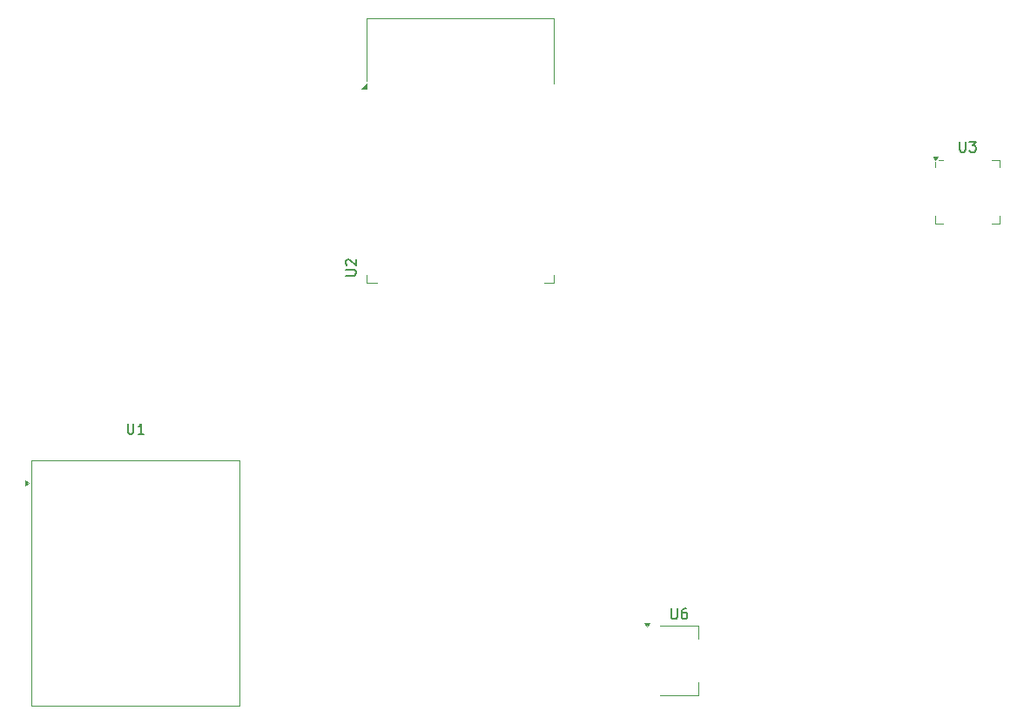
<source format=gbr>
%TF.GenerationSoftware,KiCad,Pcbnew,9.0.0*%
%TF.CreationDate,2025-04-29T11:20:53+05:30*%
%TF.ProjectId,PCB design for IoT-based Street Parking Management,50434220-6465-4736-9967-6e20666f7220,rev?*%
%TF.SameCoordinates,Original*%
%TF.FileFunction,Legend,Top*%
%TF.FilePolarity,Positive*%
%FSLAX46Y46*%
G04 Gerber Fmt 4.6, Leading zero omitted, Abs format (unit mm)*
G04 Created by KiCad (PCBNEW 9.0.0) date 2025-04-29 11:20:53*
%MOMM*%
%LPD*%
G01*
G04 APERTURE LIST*
%ADD10C,0.150000*%
%ADD11C,0.120000*%
G04 APERTURE END LIST*
D10*
X152427319Y-105051904D02*
X153236842Y-105051904D01*
X153236842Y-105051904D02*
X153332080Y-105004285D01*
X153332080Y-105004285D02*
X153379700Y-104956666D01*
X153379700Y-104956666D02*
X153427319Y-104861428D01*
X153427319Y-104861428D02*
X153427319Y-104670952D01*
X153427319Y-104670952D02*
X153379700Y-104575714D01*
X153379700Y-104575714D02*
X153332080Y-104528095D01*
X153332080Y-104528095D02*
X153236842Y-104480476D01*
X153236842Y-104480476D02*
X152427319Y-104480476D01*
X152522557Y-104051904D02*
X152474938Y-104004285D01*
X152474938Y-104004285D02*
X152427319Y-103909047D01*
X152427319Y-103909047D02*
X152427319Y-103670952D01*
X152427319Y-103670952D02*
X152474938Y-103575714D01*
X152474938Y-103575714D02*
X152522557Y-103528095D01*
X152522557Y-103528095D02*
X152617795Y-103480476D01*
X152617795Y-103480476D02*
X152713033Y-103480476D01*
X152713033Y-103480476D02*
X152855890Y-103528095D01*
X152855890Y-103528095D02*
X153427319Y-104099523D01*
X153427319Y-104099523D02*
X153427319Y-103480476D01*
X184088095Y-137454819D02*
X184088095Y-138264342D01*
X184088095Y-138264342D02*
X184135714Y-138359580D01*
X184135714Y-138359580D02*
X184183333Y-138407200D01*
X184183333Y-138407200D02*
X184278571Y-138454819D01*
X184278571Y-138454819D02*
X184469047Y-138454819D01*
X184469047Y-138454819D02*
X184564285Y-138407200D01*
X184564285Y-138407200D02*
X184611904Y-138359580D01*
X184611904Y-138359580D02*
X184659523Y-138264342D01*
X184659523Y-138264342D02*
X184659523Y-137454819D01*
X185564285Y-137454819D02*
X185373809Y-137454819D01*
X185373809Y-137454819D02*
X185278571Y-137502438D01*
X185278571Y-137502438D02*
X185230952Y-137550057D01*
X185230952Y-137550057D02*
X185135714Y-137692914D01*
X185135714Y-137692914D02*
X185088095Y-137883390D01*
X185088095Y-137883390D02*
X185088095Y-138264342D01*
X185088095Y-138264342D02*
X185135714Y-138359580D01*
X185135714Y-138359580D02*
X185183333Y-138407200D01*
X185183333Y-138407200D02*
X185278571Y-138454819D01*
X185278571Y-138454819D02*
X185469047Y-138454819D01*
X185469047Y-138454819D02*
X185564285Y-138407200D01*
X185564285Y-138407200D02*
X185611904Y-138359580D01*
X185611904Y-138359580D02*
X185659523Y-138264342D01*
X185659523Y-138264342D02*
X185659523Y-138026247D01*
X185659523Y-138026247D02*
X185611904Y-137931009D01*
X185611904Y-137931009D02*
X185564285Y-137883390D01*
X185564285Y-137883390D02*
X185469047Y-137835771D01*
X185469047Y-137835771D02*
X185278571Y-137835771D01*
X185278571Y-137835771D02*
X185183333Y-137883390D01*
X185183333Y-137883390D02*
X185135714Y-137931009D01*
X185135714Y-137931009D02*
X185088095Y-138026247D01*
X212138095Y-92024819D02*
X212138095Y-92834342D01*
X212138095Y-92834342D02*
X212185714Y-92929580D01*
X212185714Y-92929580D02*
X212233333Y-92977200D01*
X212233333Y-92977200D02*
X212328571Y-93024819D01*
X212328571Y-93024819D02*
X212519047Y-93024819D01*
X212519047Y-93024819D02*
X212614285Y-92977200D01*
X212614285Y-92977200D02*
X212661904Y-92929580D01*
X212661904Y-92929580D02*
X212709523Y-92834342D01*
X212709523Y-92834342D02*
X212709523Y-92024819D01*
X213090476Y-92024819D02*
X213709523Y-92024819D01*
X213709523Y-92024819D02*
X213376190Y-92405771D01*
X213376190Y-92405771D02*
X213519047Y-92405771D01*
X213519047Y-92405771D02*
X213614285Y-92453390D01*
X213614285Y-92453390D02*
X213661904Y-92501009D01*
X213661904Y-92501009D02*
X213709523Y-92596247D01*
X213709523Y-92596247D02*
X213709523Y-92834342D01*
X213709523Y-92834342D02*
X213661904Y-92929580D01*
X213661904Y-92929580D02*
X213614285Y-92977200D01*
X213614285Y-92977200D02*
X213519047Y-93024819D01*
X213519047Y-93024819D02*
X213233333Y-93024819D01*
X213233333Y-93024819D02*
X213138095Y-92977200D01*
X213138095Y-92977200D02*
X213090476Y-92929580D01*
X131238095Y-119454819D02*
X131238095Y-120264342D01*
X131238095Y-120264342D02*
X131285714Y-120359580D01*
X131285714Y-120359580D02*
X131333333Y-120407200D01*
X131333333Y-120407200D02*
X131428571Y-120454819D01*
X131428571Y-120454819D02*
X131619047Y-120454819D01*
X131619047Y-120454819D02*
X131714285Y-120407200D01*
X131714285Y-120407200D02*
X131761904Y-120359580D01*
X131761904Y-120359580D02*
X131809523Y-120264342D01*
X131809523Y-120264342D02*
X131809523Y-119454819D01*
X132809523Y-120454819D02*
X132238095Y-120454819D01*
X132523809Y-120454819D02*
X132523809Y-119454819D01*
X132523809Y-119454819D02*
X132428571Y-119597676D01*
X132428571Y-119597676D02*
X132333333Y-119692914D01*
X132333333Y-119692914D02*
X132238095Y-119740533D01*
D11*
%TO.C,U2*%
X154457500Y-86885000D02*
X153957500Y-86885000D01*
X154457500Y-86385000D01*
X154457500Y-86885000D01*
G36*
X154457500Y-86885000D02*
G01*
X153957500Y-86885000D01*
X154457500Y-86385000D01*
X154457500Y-86885000D01*
G37*
X172702500Y-105740000D02*
X171702500Y-105740000D01*
X172702500Y-104960000D02*
X172702500Y-105740000D01*
X172702500Y-80000000D02*
X172702500Y-86415000D01*
X154462500Y-105740000D02*
X155462500Y-105740000D01*
X154462500Y-104960000D02*
X154462500Y-105740000D01*
X154462500Y-80000000D02*
X172702500Y-80000000D01*
X154462500Y-80000000D02*
X154462500Y-86160000D01*
%TO.C,U6*%
X181720000Y-139190000D02*
X181480000Y-138860000D01*
X181960000Y-138860000D01*
X181720000Y-139190000D01*
G36*
X181720000Y-139190000D02*
G01*
X181480000Y-138860000D01*
X181960000Y-138860000D01*
X181720000Y-139190000D01*
G37*
X186760000Y-145910000D02*
X186760000Y-144650000D01*
X186760000Y-139090000D02*
X186760000Y-140350000D01*
X183000000Y-145910000D02*
X186760000Y-145910000D01*
X183000000Y-139090000D02*
X186760000Y-139090000D01*
%TO.C,U3*%
X209790000Y-93790000D02*
X209550000Y-93460000D01*
X210030000Y-93460000D01*
X209790000Y-93790000D01*
G36*
X209790000Y-93790000D02*
G01*
X209550000Y-93460000D01*
X210030000Y-93460000D01*
X209790000Y-93790000D01*
G37*
X216010000Y-100010000D02*
X216010000Y-99260000D01*
X216010000Y-93790000D02*
X216010000Y-94540000D01*
X215260000Y-100010000D02*
X216010000Y-100010000D01*
X215260000Y-93790000D02*
X216010000Y-93790000D01*
X210540000Y-100010000D02*
X209790000Y-100010000D01*
X210540000Y-93790000D02*
X210090000Y-93790000D01*
X209790000Y-100010000D02*
X209790000Y-99260000D01*
X209790000Y-94540000D02*
X209790000Y-94030000D01*
%TO.C,U1*%
X121900000Y-123050000D02*
X142100000Y-123050000D01*
X121900000Y-146950000D02*
X121900000Y-123050000D01*
X142100000Y-123050000D02*
X142100000Y-146950000D01*
X142100000Y-146950000D02*
X121900000Y-146950000D01*
X121580000Y-125260000D02*
X121250000Y-125500000D01*
X121250000Y-125020000D01*
X121580000Y-125260000D01*
G36*
X121580000Y-125260000D02*
G01*
X121250000Y-125500000D01*
X121250000Y-125020000D01*
X121580000Y-125260000D01*
G37*
%TD*%
M02*

</source>
